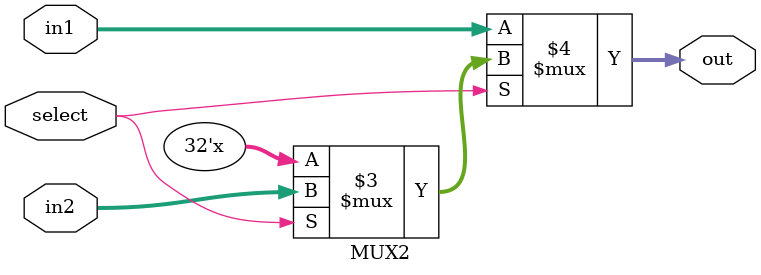
<source format=v>
`timescale 1ns / 1ps
module MUX2(
    input select,
    input [BITS-1:0] in1,
    input [BITS-1:0] in2,
    output wire [BITS-1:0] out
    );
	 
	 parameter BITS = 32;
	 
	 assign out = (select == 0) ? in1 : // select input 1
					  (select == 1) ? in2 : 32'hXXXXXXXX; // select input 2
endmodule
</source>
